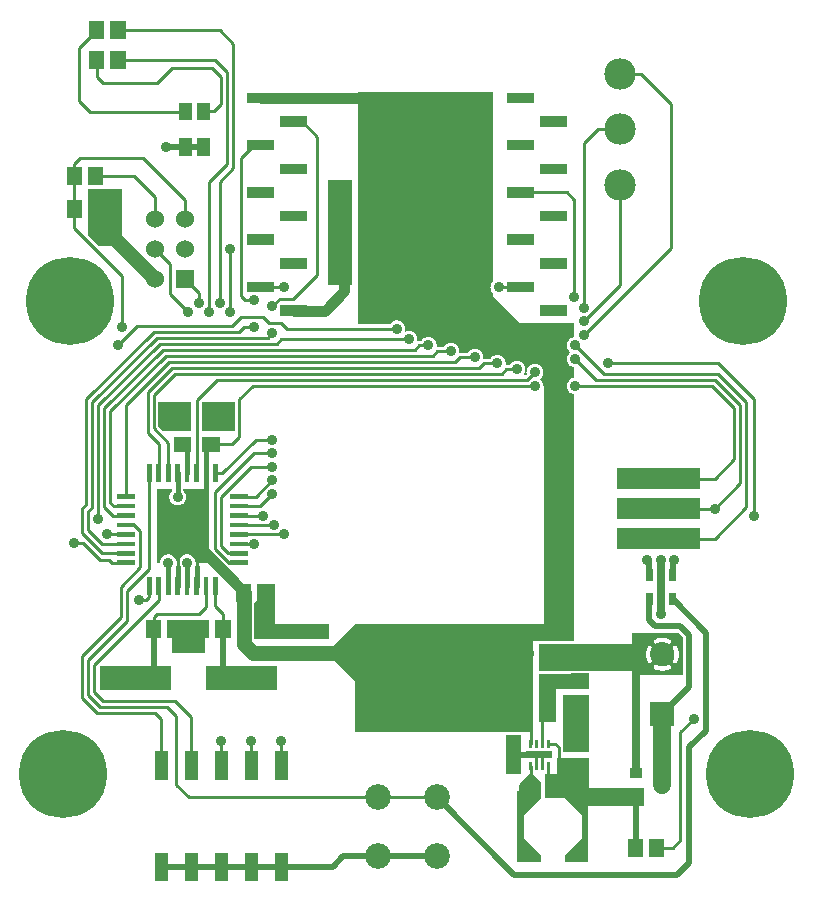
<source format=gbr>
G04 start of page 2 for group 0 idx 0 *
G04 Title: (unknown), top *
G04 Creator: pcb 20110918 *
G04 CreationDate: Thu 09 Jul 2015 02:06:34 AM GMT UTC *
G04 For: petersen *
G04 Format: Gerber/RS-274X *
G04 PCB-Dimensions: 269500 307800 *
G04 PCB-Coordinate-Origin: lower left *
%MOIN*%
%FSLAX25Y25*%
%LNTOP*%
%ADD42C,0.0750*%
%ADD41C,0.0480*%
%ADD40C,0.0430*%
%ADD39C,0.0630*%
%ADD38C,0.0380*%
%ADD37C,0.1285*%
%ADD36C,0.0360*%
%ADD35R,0.0430X0.0430*%
%ADD34R,0.0350X0.0350*%
%ADD33R,0.0240X0.0240*%
%ADD32R,0.0197X0.0197*%
%ADD31R,0.0098X0.0098*%
%ADD30R,0.0700X0.0700*%
%ADD29R,0.0240X0.0240*%
%ADD28R,0.0230X0.0230*%
%ADD27R,0.0340X0.0340*%
%ADD26R,0.0157X0.0157*%
%ADD25R,0.0512X0.0512*%
%ADD24R,0.0787X0.0787*%
%ADD23R,0.0440X0.0440*%
%ADD22C,0.1050*%
%ADD21C,0.0800*%
%ADD20C,0.0860*%
%ADD19C,0.2937*%
%ADD18C,0.0350*%
%ADD17C,0.0250*%
%ADD16C,0.0600*%
%ADD15C,0.0200*%
%ADD14C,0.0500*%
%ADD13C,0.0150*%
%ADD12C,0.0100*%
%ADD11C,0.0001*%
G54D11*G36*
X179000Y76300D02*X184500D01*
Y60300D01*
X179000D01*
Y76300D01*
G37*
G36*
X180500Y87300D02*Y193300D01*
X190500D01*
Y188560D01*
X190132Y188471D01*
X189725Y188303D01*
X189349Y188072D01*
X189014Y187786D01*
X188728Y187451D01*
X188497Y187075D01*
X188329Y186668D01*
X188226Y186239D01*
X188191Y185800D01*
X188226Y185361D01*
X188329Y184932D01*
X188497Y184525D01*
X188728Y184149D01*
X189014Y183814D01*
X189323Y183550D01*
X189014Y183286D01*
X188728Y182951D01*
X188497Y182575D01*
X188329Y182168D01*
X188226Y181739D01*
X188191Y181300D01*
X188226Y180861D01*
X188329Y180432D01*
X188497Y180025D01*
X188728Y179649D01*
X189014Y179314D01*
X189349Y179028D01*
X189725Y178797D01*
X190132Y178629D01*
X190500Y178540D01*
Y175060D01*
X190132Y174971D01*
X189725Y174803D01*
X189349Y174572D01*
X189014Y174286D01*
X188728Y173951D01*
X188497Y173575D01*
X188329Y173168D01*
X188226Y172739D01*
X188191Y172300D01*
X188226Y171861D01*
X188329Y171432D01*
X188497Y171025D01*
X188728Y170649D01*
X189014Y170314D01*
X189349Y170028D01*
X189725Y169797D01*
X190132Y169629D01*
X190500Y169540D01*
Y87300D01*
X180500D01*
G37*
G36*
X188000Y172300D02*X180300D01*
X180274Y172739D01*
X180171Y173168D01*
X180003Y173575D01*
X179772Y173951D01*
X179486Y174286D01*
X179177Y174550D01*
X179486Y174814D01*
X179772Y175149D01*
X180003Y175525D01*
X180171Y175932D01*
X180274Y176361D01*
X180300Y176800D01*
X180274Y177239D01*
X180171Y177668D01*
X180003Y178075D01*
X179772Y178451D01*
X179486Y178786D01*
X179151Y179072D01*
X178775Y179303D01*
X178368Y179471D01*
X177939Y179574D01*
X177500Y179609D01*
X177061Y179574D01*
X176632Y179471D01*
X176225Y179303D01*
X175849Y179072D01*
X175514Y178786D01*
X175228Y178451D01*
X174997Y178075D01*
X174829Y177668D01*
X174726Y177239D01*
X174691Y176800D01*
X174726Y176361D01*
X174767Y176189D01*
X174379Y175800D01*
X173470D01*
X173486Y175814D01*
X173772Y176149D01*
X174003Y176525D01*
X174171Y176932D01*
X174274Y177361D01*
X174300Y177800D01*
X174274Y178239D01*
X174171Y178668D01*
X174003Y179075D01*
X173772Y179451D01*
X173486Y179786D01*
X173151Y180072D01*
X172775Y180303D01*
X172368Y180471D01*
X171939Y180574D01*
X171500Y180609D01*
X171061Y180574D01*
X170632Y180471D01*
X170225Y180303D01*
X169849Y180072D01*
X169514Y179786D01*
X169228Y179451D01*
X169135Y179300D01*
X168059D01*
X168000Y179305D01*
X167765Y179286D01*
X167756Y179284D01*
X167774Y179361D01*
X167800Y179800D01*
X167774Y180239D01*
X167671Y180668D01*
X167503Y181075D01*
X167272Y181451D01*
X166986Y181786D01*
X166651Y182072D01*
X166275Y182303D01*
X165868Y182471D01*
X165439Y182574D01*
X165000Y182609D01*
X164561Y182574D01*
X164132Y182471D01*
X163725Y182303D01*
X163349Y182072D01*
X163014Y181786D01*
X162728Y181451D01*
X162635Y181300D01*
X160559D01*
X160500Y181305D01*
X160265Y181286D01*
X160256Y181284D01*
X160274Y181361D01*
X160300Y181800D01*
X160274Y182239D01*
X160171Y182668D01*
X160003Y183075D01*
X159772Y183451D01*
X159486Y183786D01*
X159151Y184072D01*
X158775Y184303D01*
X158368Y184471D01*
X157939Y184574D01*
X157500Y184609D01*
X157061Y184574D01*
X156632Y184471D01*
X156225Y184303D01*
X155849Y184072D01*
X155514Y183786D01*
X155228Y183451D01*
X155135Y183300D01*
X152559D01*
X152500Y183305D01*
X152265Y183286D01*
X152256Y183284D01*
X152274Y183361D01*
X152300Y183800D01*
X152274Y184239D01*
X152171Y184668D01*
X152003Y185075D01*
X151772Y185451D01*
X151486Y185786D01*
X151151Y186072D01*
X150775Y186303D01*
X150368Y186471D01*
X149939Y186574D01*
X149500Y186609D01*
X149061Y186574D01*
X148632Y186471D01*
X148225Y186303D01*
X147849Y186072D01*
X147514Y185786D01*
X147228Y185451D01*
X147135Y185300D01*
X145059D01*
X145000Y185305D01*
X144765Y185286D01*
X144756Y185284D01*
X144774Y185361D01*
X144800Y185800D01*
X144774Y186239D01*
X144671Y186668D01*
X144503Y187075D01*
X144272Y187451D01*
X143986Y187786D01*
X143651Y188072D01*
X143275Y188303D01*
X142868Y188471D01*
X142439Y188574D01*
X142000Y188609D01*
X141561Y188574D01*
X141132Y188471D01*
X140725Y188303D01*
X140349Y188072D01*
X140014Y187786D01*
X139728Y187451D01*
X139635Y187300D01*
X139059D01*
X139000Y187305D01*
X138765Y187286D01*
X138535Y187231D01*
X138317Y187141D01*
X138205Y187072D01*
X138274Y187361D01*
X138300Y187800D01*
X138274Y188239D01*
X138171Y188668D01*
X138003Y189075D01*
X137772Y189451D01*
X137486Y189786D01*
X137151Y190072D01*
X136775Y190303D01*
X136368Y190471D01*
X135939Y190574D01*
X135500Y190609D01*
X135061Y190574D01*
X134632Y190471D01*
X134225Y190303D01*
X134081Y190214D01*
X134171Y190432D01*
X134274Y190861D01*
X134300Y191300D01*
X134274Y191739D01*
X134171Y192168D01*
X134003Y192575D01*
X133772Y192951D01*
X133486Y193286D01*
X133151Y193572D01*
X132775Y193803D01*
X132368Y193971D01*
X131939Y194074D01*
X131500Y194109D01*
X131061Y194074D01*
X130632Y193971D01*
X130225Y193803D01*
X129849Y193572D01*
X129514Y193286D01*
X129228Y192951D01*
X129135Y192800D01*
X118500D01*
Y270300D01*
X163500D01*
Y207211D01*
X163228Y206892D01*
X162997Y206516D01*
X162829Y206109D01*
X162726Y205680D01*
X162691Y205241D01*
X162726Y204802D01*
X162829Y204373D01*
X162997Y203966D01*
X163228Y203590D01*
X163500Y203271D01*
Y202300D01*
X172500Y193300D01*
X188000D01*
Y172300D01*
G37*
G36*
X28500Y237800D02*X40000D01*
Y218800D01*
X32121D01*
X28500Y222421D01*
Y237800D01*
G37*
G36*
X117500Y92800D02*X121500D01*
Y73800D01*
X117500D01*
X110500Y80800D01*
Y85800D01*
X117500Y92800D01*
G37*
G36*
X116500Y205800D02*X115799D01*
X115578Y205989D01*
X115209Y206215D01*
X114809Y206380D01*
X114389Y206482D01*
X113957Y206515D01*
X113525Y206482D01*
X113105Y206380D01*
X112705Y206215D01*
X112336Y205989D01*
X112123Y205800D01*
X108500D01*
Y240800D01*
X116500D01*
Y205800D01*
G37*
G36*
X63000Y157300D02*X53396D01*
X52000Y158696D01*
Y166800D01*
X63000D01*
Y157300D01*
G37*
G36*
X66500D02*Y166800D01*
X77500D01*
Y157300D01*
X66500D01*
G37*
G36*
X173000Y55800D02*Y42800D01*
X168000D01*
Y55800D01*
X173000D01*
G37*
G36*
X56500Y83300D02*Y94300D01*
X67500D01*
Y83300D01*
X56500D01*
G37*
G36*
X69000Y137800D02*Y113300D01*
X64375D01*
X64349Y113739D01*
X64246Y114168D01*
X64078Y114575D01*
X63847Y114951D01*
X63561Y115286D01*
X63226Y115572D01*
X62850Y115803D01*
X62443Y115971D01*
X62014Y116074D01*
X61575Y116109D01*
X61136Y116074D01*
X60707Y115971D01*
X60300Y115803D01*
X59924Y115572D01*
X59589Y115286D01*
X59303Y114951D01*
X59072Y114575D01*
X58904Y114168D01*
X58801Y113739D01*
X58783Y113514D01*
X58700Y113534D01*
X58425Y113555D01*
X58150Y113534D01*
X58063Y113513D01*
X58050Y113739D01*
X57947Y114168D01*
X57779Y114575D01*
X57548Y114951D01*
X57262Y115286D01*
X56927Y115572D01*
X56551Y115803D01*
X56144Y115971D01*
X55715Y116074D01*
X55276Y116109D01*
X54837Y116074D01*
X54408Y115971D01*
X54001Y115803D01*
X53625Y115572D01*
X53290Y115286D01*
X53004Y114951D01*
X52773Y114575D01*
X52605Y114168D01*
X52502Y113739D01*
X52467Y113300D01*
X51500D01*
Y137800D01*
X56675D01*
Y137488D01*
X56439Y137286D01*
X56153Y136951D01*
X55922Y136575D01*
X55754Y136168D01*
X55651Y135739D01*
X55616Y135300D01*
X55651Y134861D01*
X55754Y134432D01*
X55922Y134025D01*
X56153Y133649D01*
X56439Y133314D01*
X56774Y133028D01*
X57150Y132797D01*
X57557Y132629D01*
X57986Y132526D01*
X58425Y132491D01*
X58864Y132526D01*
X59293Y132629D01*
X59700Y132797D01*
X60076Y133028D01*
X60411Y133314D01*
X60697Y133649D01*
X60928Y134025D01*
X61096Y134432D01*
X61199Y134861D01*
X61225Y135300D01*
X61199Y135739D01*
X61096Y136168D01*
X60928Y136575D01*
X60697Y136951D01*
X60411Y137286D01*
X60175Y137488D01*
Y137800D01*
X69000D01*
G37*
G36*
X85500Y106300D02*X91000D01*
Y87800D01*
X85500D01*
Y106300D01*
G37*
G36*
Y87800D02*Y92800D01*
X109000D01*
Y87800D01*
X85500D01*
G37*
G36*
X91000D02*X84000D01*
Y99300D01*
X91000D01*
Y87800D01*
G37*
G36*
X84000Y97800D02*Y99800D01*
X87543Y103343D01*
Y97800D01*
X84000D01*
G37*
G36*
X195500Y69300D02*Y50300D01*
X187000D01*
Y51741D01*
X187005Y51800D01*
X187000Y51859D01*
Y69300D01*
X195500D01*
G37*
G36*
Y76300D02*Y71300D01*
X179000D01*
Y76300D01*
X195500D01*
G37*
G36*
X224493Y86300D02*X227000D01*
Y77300D01*
X224493D01*
Y79945D01*
X224578Y79981D01*
X224679Y80043D01*
X224769Y80119D01*
X224845Y80209D01*
X224905Y80311D01*
X225122Y80780D01*
X225289Y81269D01*
X225409Y81772D01*
X225482Y82284D01*
X225506Y82800D01*
X225482Y83316D01*
X225409Y83828D01*
X225289Y84331D01*
X225122Y84820D01*
X224910Y85292D01*
X224849Y85393D01*
X224772Y85484D01*
X224682Y85561D01*
X224580Y85623D01*
X224493Y85660D01*
Y86300D01*
G37*
G36*
X215507D02*X217684D01*
X217731Y86289D01*
X217849Y86279D01*
X217968Y86288D01*
X218017Y86300D01*
X222002D01*
X222033Y86293D01*
X222151Y86283D01*
X222268Y86293D01*
X222298Y86300D01*
X224493D01*
Y85660D01*
X224471Y85669D01*
X224355Y85697D01*
X224237Y85706D01*
X224119Y85697D01*
X224003Y85670D01*
X223893Y85624D01*
X223792Y85562D01*
X223702Y85486D01*
X223624Y85395D01*
X223562Y85294D01*
X223516Y85185D01*
X223489Y85069D01*
X223479Y84951D01*
X223488Y84832D01*
X223516Y84717D01*
X223563Y84608D01*
X223721Y84268D01*
X223842Y83912D01*
X223930Y83547D01*
X223982Y83175D01*
X224000Y82800D01*
X223982Y82425D01*
X223930Y82053D01*
X223842Y81688D01*
X223721Y81332D01*
X223567Y80990D01*
X223520Y80882D01*
X223493Y80767D01*
X223483Y80649D01*
X223493Y80532D01*
X223521Y80417D01*
X223566Y80308D01*
X223628Y80207D01*
X223705Y80118D01*
X223795Y80041D01*
X223895Y79980D01*
X224004Y79935D01*
X224119Y79907D01*
X224237Y79898D01*
X224355Y79908D01*
X224469Y79935D01*
X224493Y79945D01*
Y77300D01*
X220129D01*
X220516Y77318D01*
X221028Y77391D01*
X221531Y77511D01*
X222020Y77678D01*
X222492Y77890D01*
X222593Y77951D01*
X222684Y78028D01*
X222761Y78118D01*
X222823Y78220D01*
X222869Y78329D01*
X222897Y78445D01*
X222906Y78563D01*
X222897Y78681D01*
X222870Y78797D01*
X222824Y78907D01*
X222762Y79008D01*
X222686Y79098D01*
X222595Y79176D01*
X222494Y79238D01*
X222385Y79284D01*
X222269Y79311D01*
X222151Y79321D01*
X222032Y79312D01*
X221917Y79284D01*
X221808Y79237D01*
X221468Y79079D01*
X221112Y78958D01*
X220747Y78870D01*
X220375Y78818D01*
X220000Y78800D01*
X219625Y78818D01*
X219253Y78870D01*
X218888Y78958D01*
X218532Y79079D01*
X218190Y79233D01*
X218082Y79280D01*
X217967Y79307D01*
X217849Y79317D01*
X217732Y79307D01*
X217617Y79279D01*
X217508Y79234D01*
X217407Y79172D01*
X217318Y79095D01*
X217241Y79005D01*
X217180Y78905D01*
X217135Y78796D01*
X217107Y78681D01*
X217098Y78563D01*
X217108Y78445D01*
X217135Y78331D01*
X217181Y78222D01*
X217243Y78121D01*
X217319Y78031D01*
X217409Y77955D01*
X217511Y77895D01*
X217980Y77678D01*
X218469Y77511D01*
X218972Y77391D01*
X219484Y77318D01*
X219871Y77300D01*
X215507D01*
Y79940D01*
X215529Y79931D01*
X215645Y79903D01*
X215763Y79894D01*
X215881Y79903D01*
X215997Y79930D01*
X216107Y79976D01*
X216208Y80038D01*
X216298Y80114D01*
X216376Y80205D01*
X216438Y80306D01*
X216484Y80415D01*
X216511Y80531D01*
X216521Y80649D01*
X216512Y80768D01*
X216484Y80883D01*
X216437Y80992D01*
X216279Y81332D01*
X216158Y81688D01*
X216070Y82053D01*
X216018Y82425D01*
X216000Y82800D01*
X216018Y83175D01*
X216070Y83547D01*
X216158Y83912D01*
X216279Y84268D01*
X216433Y84610D01*
X216480Y84718D01*
X216507Y84833D01*
X216517Y84951D01*
X216507Y85068D01*
X216479Y85183D01*
X216434Y85292D01*
X216372Y85393D01*
X216295Y85482D01*
X216205Y85559D01*
X216105Y85620D01*
X215996Y85665D01*
X215881Y85693D01*
X215763Y85702D01*
X215645Y85692D01*
X215531Y85665D01*
X215507Y85655D01*
Y86300D01*
G37*
G36*
X179000D02*X215507D01*
Y85655D01*
X215422Y85619D01*
X215321Y85557D01*
X215231Y85481D01*
X215155Y85391D01*
X215095Y85289D01*
X214878Y84820D01*
X214711Y84331D01*
X214591Y83828D01*
X214518Y83316D01*
X214494Y82800D01*
X214518Y82284D01*
X214591Y81772D01*
X214711Y81269D01*
X214878Y80780D01*
X215090Y80308D01*
X215151Y80207D01*
X215228Y80116D01*
X215318Y80039D01*
X215420Y79977D01*
X215507Y79940D01*
Y77300D01*
X179000D01*
Y86300D01*
G37*
G36*
X227000Y75800D02*X224493D01*
Y79945D01*
X224578Y79981D01*
X224679Y80043D01*
X224769Y80119D01*
X224845Y80209D01*
X224905Y80311D01*
X225122Y80780D01*
X225289Y81269D01*
X225409Y81772D01*
X225482Y82284D01*
X225506Y82800D01*
X225482Y83316D01*
X225409Y83828D01*
X225289Y84331D01*
X225122Y84820D01*
X224910Y85292D01*
X224849Y85393D01*
X224772Y85484D01*
X224682Y85561D01*
X224580Y85623D01*
X224493Y85660D01*
Y89800D01*
X225672D01*
X227000Y88472D01*
Y75800D01*
G37*
G36*
X224493D02*X220002D01*
Y77294D01*
X220516Y77318D01*
X221028Y77391D01*
X221531Y77511D01*
X222020Y77678D01*
X222492Y77890D01*
X222593Y77951D01*
X222684Y78028D01*
X222761Y78118D01*
X222823Y78220D01*
X222869Y78329D01*
X222897Y78445D01*
X222906Y78563D01*
X222897Y78681D01*
X222870Y78797D01*
X222824Y78907D01*
X222762Y79008D01*
X222686Y79098D01*
X222595Y79176D01*
X222494Y79238D01*
X222385Y79284D01*
X222269Y79311D01*
X222151Y79321D01*
X222032Y79312D01*
X221917Y79284D01*
X221808Y79237D01*
X221468Y79079D01*
X221112Y78958D01*
X220747Y78870D01*
X220375Y78818D01*
X220002Y78800D01*
Y86800D01*
X220375Y86782D01*
X220747Y86730D01*
X221112Y86642D01*
X221468Y86521D01*
X221810Y86367D01*
X221918Y86320D01*
X222033Y86293D01*
X222151Y86283D01*
X222268Y86293D01*
X222383Y86321D01*
X222492Y86366D01*
X222593Y86428D01*
X222682Y86505D01*
X222759Y86595D01*
X222820Y86695D01*
X222865Y86804D01*
X222893Y86919D01*
X222902Y87037D01*
X222892Y87155D01*
X222865Y87269D01*
X222819Y87378D01*
X222757Y87479D01*
X222681Y87569D01*
X222591Y87645D01*
X222489Y87705D01*
X222020Y87922D01*
X221531Y88089D01*
X221028Y88209D01*
X220516Y88282D01*
X220002Y88306D01*
Y89800D01*
X224493D01*
Y85660D01*
X224471Y85669D01*
X224355Y85697D01*
X224237Y85706D01*
X224119Y85697D01*
X224003Y85670D01*
X223893Y85624D01*
X223792Y85562D01*
X223702Y85486D01*
X223624Y85395D01*
X223562Y85294D01*
X223516Y85185D01*
X223489Y85069D01*
X223479Y84951D01*
X223488Y84832D01*
X223516Y84717D01*
X223563Y84608D01*
X223721Y84268D01*
X223842Y83912D01*
X223930Y83547D01*
X223982Y83175D01*
X224000Y82800D01*
X223982Y82425D01*
X223930Y82053D01*
X223842Y81688D01*
X223721Y81332D01*
X223567Y80990D01*
X223520Y80882D01*
X223493Y80767D01*
X223483Y80649D01*
X223493Y80532D01*
X223521Y80417D01*
X223566Y80308D01*
X223628Y80207D01*
X223705Y80118D01*
X223795Y80041D01*
X223895Y79980D01*
X224004Y79935D01*
X224119Y79907D01*
X224237Y79898D01*
X224355Y79908D01*
X224469Y79935D01*
X224493Y79945D01*
Y75800D01*
G37*
G36*
X220002D02*X215507D01*
Y79940D01*
X215529Y79931D01*
X215645Y79903D01*
X215763Y79894D01*
X215881Y79903D01*
X215997Y79930D01*
X216107Y79976D01*
X216208Y80038D01*
X216298Y80114D01*
X216376Y80205D01*
X216438Y80306D01*
X216484Y80415D01*
X216511Y80531D01*
X216521Y80649D01*
X216512Y80768D01*
X216484Y80883D01*
X216437Y80992D01*
X216279Y81332D01*
X216158Y81688D01*
X216070Y82053D01*
X216018Y82425D01*
X216000Y82800D01*
X216018Y83175D01*
X216070Y83547D01*
X216158Y83912D01*
X216279Y84268D01*
X216433Y84610D01*
X216480Y84718D01*
X216507Y84833D01*
X216517Y84951D01*
X216507Y85068D01*
X216479Y85183D01*
X216434Y85292D01*
X216372Y85393D01*
X216295Y85482D01*
X216205Y85559D01*
X216105Y85620D01*
X215996Y85665D01*
X215881Y85693D01*
X215763Y85702D01*
X215645Y85692D01*
X215531Y85665D01*
X215507Y85655D01*
Y89800D01*
X220002D01*
Y88306D01*
X220000Y88306D01*
X219484Y88282D01*
X218972Y88209D01*
X218469Y88089D01*
X217980Y87922D01*
X217508Y87710D01*
X217407Y87649D01*
X217316Y87572D01*
X217239Y87482D01*
X217177Y87380D01*
X217131Y87271D01*
X217103Y87155D01*
X217094Y87037D01*
X217103Y86919D01*
X217130Y86803D01*
X217176Y86693D01*
X217238Y86592D01*
X217314Y86502D01*
X217405Y86424D01*
X217506Y86362D01*
X217615Y86316D01*
X217731Y86289D01*
X217849Y86279D01*
X217968Y86288D01*
X218083Y86316D01*
X218192Y86363D01*
X218532Y86521D01*
X218888Y86642D01*
X219253Y86730D01*
X219625Y86782D01*
X220000Y86800D01*
X220002Y86800D01*
Y78800D01*
X220000Y78800D01*
X219625Y78818D01*
X219253Y78870D01*
X218888Y78958D01*
X218532Y79079D01*
X218190Y79233D01*
X218082Y79280D01*
X217967Y79307D01*
X217849Y79317D01*
X217732Y79307D01*
X217617Y79279D01*
X217508Y79234D01*
X217407Y79172D01*
X217318Y79095D01*
X217241Y79005D01*
X217180Y78905D01*
X217135Y78796D01*
X217107Y78681D01*
X217098Y78563D01*
X217108Y78445D01*
X217135Y78331D01*
X217181Y78222D01*
X217243Y78121D01*
X217319Y78031D01*
X217409Y77955D01*
X217511Y77895D01*
X217980Y77678D01*
X218469Y77511D01*
X218972Y77391D01*
X219484Y77318D01*
X220000Y77294D01*
X220002Y77294D01*
Y75800D01*
G37*
G36*
X215507D02*X210000D01*
Y89800D01*
X215507D01*
Y85655D01*
X215422Y85619D01*
X215321Y85557D01*
X215231Y85481D01*
X215155Y85391D01*
X215095Y85289D01*
X214878Y84820D01*
X214711Y84331D01*
X214591Y83828D01*
X214518Y83316D01*
X214494Y82800D01*
X214518Y82284D01*
X214591Y81772D01*
X214711Y81269D01*
X214878Y80780D01*
X215090Y80308D01*
X215151Y80207D01*
X215228Y80116D01*
X215318Y80039D01*
X215420Y79977D01*
X215507Y79940D01*
Y75800D01*
G37*
G36*
X171500Y92800D02*X190500D01*
Y87300D01*
X171500D01*
Y92800D01*
G37*
G36*
X186500Y34800D02*X181000D01*
Y42800D01*
X186500D01*
Y34800D01*
G37*
G36*
X195500Y48300D02*Y34800D01*
X185000D01*
Y48300D01*
X195500D01*
G37*
G36*
X176000Y42800D02*X179000Y39800D01*
Y35800D01*
X172500D01*
Y39300D01*
X176000Y42800D01*
G37*
G36*
X214000Y32300D02*X191000D01*
Y38300D01*
X214000D01*
Y32300D01*
G37*
G36*
X177000Y56800D02*X117500D01*
Y92800D01*
X177000D01*
Y56800D01*
G37*
G54D12*X71024Y105521D02*Y98800D01*
X67874Y98674D02*Y105521D01*
G54D13*X64725D02*Y111800D01*
G54D12*X71024Y98800D02*X73500Y96300D01*
X65500D02*X67874Y98674D01*
X73500Y96300D02*Y91300D01*
G54D14*X80500Y86300D02*Y103300D01*
G54D12*X78779Y113277D02*X75523D01*
X30500Y79300D02*Y70300D01*
X33500Y67300D01*
X57500D01*
X41500Y93800D02*X28500Y80800D01*
Y69300D01*
X52126Y100926D02*X30500Y79300D01*
X28500Y69300D02*X32500Y65300D01*
X55000D01*
X31500Y63300D02*X51000D01*
X39500Y95300D02*X26500Y82300D01*
Y68300D01*
X31500Y63300D01*
X58425Y111800D02*Y117800D01*
X48976Y111276D02*X41500Y103800D01*
Y93800D01*
X46000Y111800D02*X39500Y105300D01*
Y95300D01*
X48000Y100800D02*X45500D01*
X48977Y105521D02*Y101777D01*
X48000Y100800D01*
X41221Y113276D02*X36524D01*
X35500Y114300D01*
X32500D01*
X27000Y119800D02*X24000D01*
X50500Y92343D02*Y95257D01*
X51500Y96300D01*
X65500D01*
G54D13*X55276Y105521D02*Y113300D01*
X61575Y105521D02*Y113300D01*
X58425Y105521D02*Y111800D01*
G54D12*X52126Y105521D02*Y100926D01*
X125157Y35143D02*X144843D01*
G54D15*X110050Y11850D02*X113657Y15457D01*
X144843D01*
X53000Y11850D02*X110050D01*
G54D12*X93000Y52800D02*Y45750D01*
X58000Y39300D02*X62157Y35143D01*
X125000D01*
G54D15*X50500Y91300D02*Y74800D01*
X73500Y91300D02*Y74800D01*
G54D14*X84500Y83300D02*X83500D01*
X80500Y86300D01*
G54D12*X83000Y53800D02*Y45750D01*
X73000Y53800D02*Y45750D01*
X57500Y67300D02*X63000Y61800D01*
Y45750D01*
X53000Y61300D02*Y45750D01*
X55000Y65300D02*X58000Y62300D01*
X51000Y63300D02*X53000Y61300D01*
X58000Y62300D02*Y39300D01*
G54D16*X220000Y62800D02*Y39243D01*
G54D17*X211343Y43143D02*Y78800D01*
G54D15*X220000Y62800D02*X229000Y71800D01*
Y89300D01*
Y51800D02*X234500Y57300D01*
X211343Y35343D02*Y18300D01*
X225000Y9300D02*X229000Y13300D01*
Y51800D01*
G54D12*X218043Y18300D02*X223500D01*
X226000Y20800D01*
Y56800D01*
X230500Y61300D01*
G54D15*X234500Y57300D02*Y90000D01*
G54D14*X84500Y83300D02*X174500D01*
G54D15*X170500Y49300D02*X179000D01*
G54D12*X176047Y58300D02*Y52942D01*
X179984Y63300D02*Y52942D01*
X181953D02*X184358D01*
X178016Y49300D02*Y45658D01*
X172500Y39300D02*Y33300D01*
X176047Y42847D02*X172500Y39300D01*
X179000Y39894D02*Y35800D01*
X176047Y42847D02*X179000Y39894D01*
X176047Y45658D02*Y34850D01*
X185500Y51800D02*Y45800D01*
X184358Y52942D02*X185500Y51800D01*
X181953Y45658D02*Y36300D01*
X179984Y49300D02*Y45658D01*
G54D15*X225000Y9300D02*X170686D01*
X144843Y35143D01*
G54D17*X219500Y114300D02*Y96300D01*
G54D15*X223400Y109300D02*Y113700D01*
X224000Y114300D01*
X215600Y109300D02*Y113700D01*
X215000Y114300D01*
X215600Y101100D02*Y94200D01*
X217500Y92300D01*
X226000D01*
X229000Y89300D01*
X234500Y90000D02*X223400Y101100D01*
G54D12*X83500Y172300D02*X177500D01*
X71500Y174300D02*X175000D01*
X57500Y176300D02*X166500D01*
X56500Y178300D02*X159000D01*
X55500Y180300D02*X151000D01*
X54500Y182300D02*X143500D01*
X53500Y184300D02*X137500D01*
X175000Y174300D02*X177500Y176800D01*
X166500Y176300D02*X168000Y177800D01*
X159000Y178300D02*X160500Y179800D01*
X165000D01*
X168000Y177800D02*X171500D01*
X172815Y205241D02*X165500D01*
X151000Y180300D02*X152500Y181800D01*
X157500D01*
X143500Y182300D02*X145000Y183800D01*
X149500D01*
X139000Y185800D02*X142000D01*
X172815Y236737D02*X188063D01*
X190500Y234300D01*
X137500Y184300D02*X139000Y185800D01*
G54D18*X97185Y197367D02*X107567D01*
X113957Y203757D01*
G54D12*X92500Y201300D02*X97000D01*
X105000Y209300D01*
X87000Y195300D02*X89000Y193300D01*
X90000Y198800D02*X92500Y201300D01*
X89000Y193300D02*X93000D01*
X95000Y191300D01*
X131500D01*
X88500Y188300D02*X90000Y189800D01*
X93000Y187800D02*X91500Y186300D01*
X135500Y187800D02*X93000D01*
G54D13*X61575Y143079D02*Y152757D01*
X58425Y143079D02*Y135300D01*
G54D12*X55275Y143079D02*Y153300D01*
X52126Y143079D02*Y152800D01*
X48976Y143079D02*Y111276D01*
X64724Y143079D02*Y167524D01*
X71500Y174300D01*
X71023Y143079D02*X73279D01*
X69500Y152757D02*X76457D01*
X55275Y153300D02*X50500Y158075D01*
X52126Y152800D02*X48500Y156426D01*
X76457Y152757D02*X79000Y155300D01*
X84000Y149800D02*X90000D01*
X73279Y143079D02*X84500Y154300D01*
X90000D01*
X79000Y155300D02*Y167800D01*
X83500Y172300D01*
X86201Y205241D02*X94000D01*
X50500Y190300D02*X79000D01*
X45000Y192300D02*X76500D01*
X51500Y188300D02*X88500D01*
X91500Y186300D02*X52500D01*
X50500Y169300D02*X57500Y176300D01*
X48500Y170300D02*X56500Y178300D01*
X41221Y166021D02*X55500Y180300D01*
X36000Y163800D02*X54500Y182300D01*
X34000Y164800D02*X53500Y184300D01*
X30000Y166800D02*X51500Y188300D01*
X52500Y186300D02*X32000Y165800D01*
X28000Y167800D02*X50500Y190300D01*
X38500Y185800D02*X45000Y192300D01*
G54D14*X34543Y224257D02*X51000Y207800D01*
G54D12*X40000Y191800D02*Y208800D01*
X41221Y125875D02*X43925D01*
X46000Y123800D01*
Y111800D01*
X41221Y132174D02*X37126D01*
X36000Y133300D01*
X41221Y129024D02*X36776D01*
X34000Y131800D01*
X41221Y122725D02*X35000D01*
X41221Y119575D02*X33225D01*
X41221Y116426D02*X33374D01*
X33225Y119575D02*X28500Y124300D01*
Y130300D01*
X26500Y123300D02*Y131300D01*
X28000Y132800D01*
X33374Y116426D02*X26500Y123300D01*
X32500Y114300D02*X27000Y119800D01*
G54D18*X80957Y103300D02*X65500Y118757D01*
G54D12*X64725Y111800D02*Y116300D01*
X75523Y113277D02*X71000Y117800D01*
X78779Y116426D02*X75374D01*
X73000Y118800D01*
X78779Y129025D02*X86000D01*
X78779Y125875D02*X89500D01*
X78779Y122725D02*X93000D01*
X78779Y119576D02*X84000D01*
X78779Y132174D02*X85874D01*
X90000Y136300D01*
X78779Y135324D02*X84524D01*
X90000Y140800D01*
X73000Y135300D02*X83000Y145300D01*
X90000D01*
G54D13*X67874Y152757D02*Y120800D01*
G54D12*X73000Y118800D02*Y135300D01*
X71000Y117800D02*Y136800D01*
X84000Y149800D01*
X50500Y158075D02*Y169300D01*
X48500Y156426D02*Y170300D01*
X41221Y135323D02*Y166021D01*
X36000Y133300D02*Y163800D01*
X34000Y131800D02*Y164800D01*
X32000Y165800D02*Y127800D01*
X28500Y130300D02*X30000Y131800D01*
Y166800D01*
X28000Y132800D02*Y167800D01*
X191000Y172300D02*X236500D01*
X191000Y181300D02*X198000Y174300D01*
X191000Y185800D02*X200500Y176300D01*
X198000Y174300D02*X237500D01*
X200500Y176300D02*X238500D01*
X202000Y179800D02*X238500D01*
X244000Y164800D02*Y147800D01*
X237500Y141300D01*
X218750D01*
X246000Y165800D02*Y139800D01*
X237500Y131300D01*
X218750D01*
X236500Y172300D02*X244000Y164800D01*
X237500Y174300D02*X246000Y165800D01*
X238500Y176300D02*X248000Y166800D01*
X250500Y167800D02*X238500Y179800D01*
X248000Y166800D02*Y131800D01*
X250500Y128800D02*Y167800D01*
X248000Y131800D02*X237500Y121300D01*
X218750D01*
X194000Y189300D02*X223000Y218300D01*
X194000Y198300D02*Y253300D01*
Y193800D02*X206000Y205800D01*
Y239300D01*
X223000Y218300D02*Y266300D01*
X213000Y276300D01*
X206000D01*
X194000Y253300D02*X198500Y257800D01*
X206000D01*
X190500Y201800D02*Y234300D01*
G54D18*X86201Y268233D02*X127500D01*
X113957Y203757D02*Y237800D01*
G54D12*X105000Y209300D02*Y255300D01*
X100500Y259800D01*
X79500Y202300D02*Y248300D01*
X83500Y252300D01*
X72500Y199800D02*Y240300D01*
X69000Y196800D02*Y240300D01*
X72500D02*X77000Y244800D01*
X75000Y246300D02*X69000Y240300D01*
X77000Y244800D02*Y286300D01*
X75000Y276800D02*Y246300D01*
X76500Y192300D02*X79500Y195300D01*
X76000Y196800D02*Y217800D01*
X79000Y190300D02*X80500Y191800D01*
X84000D01*
Y200800D02*X81000D01*
X79500Y202300D01*
Y195300D02*X87000D01*
X62000Y196800D02*X56000Y202800D01*
Y212800D01*
X51000Y217800D01*
X65500Y199800D02*Y203300D01*
X61000Y207800D01*
X44000Y242300D02*X51000Y235300D01*
X61000Y234300D02*X47000Y248300D01*
X26000D01*
X31043Y242300D02*X44000D01*
X51000Y235300D02*Y227800D01*
X61000D02*Y234300D01*
G54D15*X54500Y251800D02*X66950D01*
G54D12*X23957Y224843D02*Y242300D01*
Y246257D02*Y242257D01*
Y224843D02*X40000Y208800D01*
X26000Y248300D02*X23957Y246257D01*
X31457Y280800D02*Y275343D01*
X33500Y273300D01*
X51500D01*
X25500Y267300D02*Y284843D01*
X73000Y275300D02*Y266300D01*
X70500Y263800D01*
X67050D01*
X66950Y263700D01*
X61050D02*X29100D01*
X25500Y267300D01*
X51500Y273300D02*X56500Y278300D01*
X70000D01*
X73000Y275300D01*
X38543Y280800D02*X71000D01*
X75000Y276800D01*
X25500Y284843D02*X31457Y290800D01*
X77000Y286300D02*X72500Y290800D01*
X38543D01*
G54D19*X22600Y200400D03*
X20350Y42900D03*
G54D11*G36*
X58000Y210800D02*Y204800D01*
X64000D01*
Y210800D01*
X58000D01*
G37*
G54D16*X61000Y217800D03*
X51000Y207800D03*
Y217800D03*
X61000Y227800D03*
X51000D03*
G54D19*X246900Y200400D03*
X249150Y42900D03*
G54D20*X125157Y35143D03*
Y15457D03*
X144843Y35143D03*
Y15457D03*
G54D11*G36*
X216000Y66800D02*Y58800D01*
X224000D01*
Y66800D01*
X216000D01*
G37*
G54D21*X220000Y82800D03*
G54D22*X206000Y276300D03*
Y257800D03*
Y239300D03*
G54D23*X93000Y48350D02*Y43150D01*
Y14450D02*Y9250D01*
X83000Y48350D02*Y43150D01*
Y14450D02*Y9250D01*
X73000Y48350D02*Y43150D01*
Y14450D02*Y9250D01*
X63000Y48350D02*Y43150D01*
Y14450D02*Y9250D01*
X53000Y14450D02*Y9250D01*
G54D24*X71843Y74800D02*X87591D01*
G54D23*X53000Y48350D02*Y43150D01*
G54D24*X36409Y74800D02*X52157D01*
G54D25*X50457Y91693D02*Y90907D01*
G54D26*X58425Y107734D02*Y103308D01*
X61575Y107734D02*Y103308D01*
X64725Y107734D02*Y103308D01*
X67874Y107734D02*Y103308D01*
X71024Y107734D02*Y103308D01*
X76566Y113277D02*X80992D01*
G54D25*X80457Y103693D02*Y102907D01*
X87543Y103693D02*Y102907D01*
G54D26*X76566Y116426D02*X80992D01*
X76566Y119576D02*X80992D01*
X76566Y122725D02*X80992D01*
X76566Y125875D02*X80992D01*
X76566Y129025D02*X80992D01*
G54D25*X73543Y91693D02*Y90907D01*
X66457Y91693D02*Y90907D01*
X57543Y91693D02*Y90907D01*
G54D26*X76566Y132174D02*X80992D01*
X76566Y135324D02*X80992D01*
X48977Y107734D02*Y103308D01*
X52126Y107734D02*Y103308D01*
X55276Y107734D02*Y103308D01*
X55275Y145292D02*Y140866D01*
X52126Y145292D02*Y140866D01*
X48976Y145292D02*Y140866D01*
X39008Y135323D02*X43434D01*
X39008Y132174D02*X43434D01*
X39008Y129024D02*X43434D01*
X39008Y125875D02*X43434D01*
X39008Y122725D02*X43434D01*
X39008Y119575D02*X43434D01*
X39008Y116426D02*X43434D01*
X39008Y113276D02*X43434D01*
G54D25*X218043Y18693D02*Y17907D01*
X210957Y18693D02*Y17907D01*
G54D27*X211043Y43143D02*X211643D01*
X211043Y35343D02*X211643D01*
X219243Y39243D02*X219843D01*
G54D28*X194200Y36000D02*Y14600D01*
G54D11*G36*
X189577Y36971D02*X195171Y31377D01*
X193050Y29256D01*
X187456Y34850D01*
X189577Y36971D01*
G37*
G36*
X187456Y15750D02*X193050Y21344D01*
X195171Y19223D01*
X189577Y13629D01*
X187456Y15750D01*
G37*
G36*
X191050Y36850D02*Y32850D01*
X195050D01*
Y36850D01*
X191050D01*
G37*
G36*
Y17750D02*Y13750D01*
X195050D01*
Y17750D01*
X191050D01*
G37*
G54D28*X188600Y14600D02*X194200D01*
X172800Y36000D02*Y14600D01*
Y36000D02*X178400D01*
G54D11*G36*
X171829Y31377D02*X177423Y36971D01*
X179544Y34850D01*
X173950Y29256D01*
X171829Y31377D01*
G37*
G36*
X171950Y36850D02*Y32850D01*
X175950D01*
Y36850D01*
X171950D01*
G37*
G54D28*X172800Y14600D02*X178400D01*
G54D11*G36*
X173950Y21344D02*X179544Y15750D01*
X177423Y13629D01*
X171829Y19223D01*
X173950Y21344D01*
G37*
G36*
X171950Y17750D02*Y13750D01*
X175950D01*
Y17750D01*
X171950D01*
G37*
G54D29*X215600Y101900D02*Y100300D01*
X219500Y101900D02*Y100300D01*
X223400Y101900D02*Y100300D01*
Y110100D02*Y108500D01*
G54D30*X208500Y121300D02*X229000D01*
X208500Y131300D02*X229000D01*
X208500Y141300D02*X229000D01*
G54D29*X219500Y110100D02*Y108500D01*
X215600Y110100D02*Y108500D01*
G54D25*X181543Y63693D02*Y62907D01*
X174457Y63693D02*Y62907D01*
X192107Y66757D02*X192893D01*
X174457Y83693D02*Y82907D01*
X181543Y83693D02*Y82907D01*
X174457Y73693D02*Y72907D01*
X181543Y73693D02*Y72907D01*
X192107Y73843D02*X192893D01*
G54D31*X181953Y53828D02*Y52056D01*
X179984Y53828D02*Y52056D01*
X178016Y53828D02*Y52056D01*
X176047Y53828D02*Y52056D01*
Y46544D02*Y44772D01*
X178016Y46544D02*Y44772D01*
X179984Y46544D02*Y44772D01*
X181953Y46544D02*Y44772D01*
G54D32*X176047Y49300D02*X181953D01*
G54D33*X175870D02*X182130D01*
G54D25*X192107Y45757D02*X192893D01*
X192107Y52843D02*X192893D01*
G54D28*X188600Y36000D02*X194200D01*
G54D34*X170059Y268233D02*X175571D01*
X170059Y252485D02*X175571D01*
X170059Y236737D02*X175571D01*
X170059Y220989D02*X175571D01*
X170059Y205241D02*X175571D01*
X181043Y197367D02*X186555D01*
X181043Y213115D02*X186555D01*
X181043Y228863D02*X186555D01*
X181043Y244611D02*X186555D01*
X181043Y260359D02*X186555D01*
G54D35*X61050Y252700D02*Y251100D01*
X66950Y252700D02*Y251100D01*
X61050Y264500D02*Y262900D01*
X66950Y264500D02*Y262900D01*
G54D25*X121043Y238193D02*Y237407D01*
X113957Y238193D02*Y237407D01*
X121043Y228193D02*Y227407D01*
X113957Y228193D02*Y227407D01*
G54D34*X83445Y268233D02*X88957D01*
X83445Y252485D02*X88957D01*
X94429Y244611D02*X99941D01*
X94429Y260359D02*X99941D01*
X83445Y236737D02*X88957D01*
X83445Y220989D02*X88957D01*
X83445Y205241D02*X88957D01*
X94429Y197367D02*X99941D01*
X94429Y213115D02*X99941D01*
X94429Y228863D02*X99941D01*
G54D25*X69107Y152757D02*X69893D01*
X69107Y159843D02*X69893D01*
X59607Y152757D02*X60393D01*
X59607Y159843D02*X60393D01*
G54D26*X71023Y145292D02*Y140866D01*
X67874Y145292D02*Y140866D01*
X64724Y145292D02*Y140866D01*
X61575Y145292D02*Y140866D01*
X58425Y145292D02*Y140866D01*
G54D25*X31457Y291193D02*Y290407D01*
X38543Y291193D02*Y290407D01*
X31457Y281193D02*Y280407D01*
X38543Y281193D02*Y280407D01*
X23957Y242693D02*Y241907D01*
X31043Y242693D02*Y241907D01*
X23957Y231693D02*Y230907D01*
X31043Y231693D02*Y230907D01*
G54D36*X54500Y159800D03*
X75000D03*
X58425Y135300D03*
X55276Y113300D03*
X61575D03*
X90500Y125875D03*
X90000Y136300D03*
Y140800D03*
Y145300D03*
X84000Y119576D03*
Y191800D03*
Y200800D03*
X90000Y149800D03*
Y154300D03*
X54500Y164300D03*
X75000D03*
X59500Y85800D03*
X64500D03*
X45500Y100800D03*
X87000Y129025D03*
X86000Y93800D03*
Y97800D03*
Y89800D03*
X94000Y122725D03*
X98500Y90300D03*
X102500D03*
X106500D03*
X32000Y127800D03*
X24000Y119800D03*
X35000Y122725D03*
X94000Y205241D03*
X90000Y189800D03*
Y198800D03*
X76000Y196800D03*
X72500Y199800D03*
X69000Y196800D03*
X65500Y199800D03*
X76000Y217800D03*
X112500Y222300D03*
Y217800D03*
Y213300D03*
Y208800D03*
X142000Y268300D03*
X137500D03*
X133000D03*
X128500D03*
X62000Y196800D03*
X38500Y185800D03*
X40000Y191800D03*
X54500Y251800D03*
X36500Y230300D03*
Y234800D03*
X93000Y53800D03*
X83000D03*
X73000D03*
X170500Y45300D03*
Y53300D03*
Y49300D03*
X189500Y59800D03*
X193000Y57800D03*
Y61800D03*
X230500Y61300D03*
X191000Y172300D03*
Y181300D03*
Y185800D03*
X202000Y179800D03*
X219500Y114300D03*
X224000D03*
X237500Y131300D03*
X250500Y128800D03*
X194000Y189300D03*
Y193800D03*
Y198300D03*
X190500Y201800D03*
X219500Y96300D03*
X215000Y114300D03*
X177500Y172300D03*
Y176800D03*
X171500Y177800D03*
X165000Y179800D03*
X165500Y205241D03*
X157500Y181800D03*
X149500Y183800D03*
X142000Y185800D03*
X135500Y187800D03*
X131500Y191300D03*
G54D15*G54D37*G54D38*G54D39*G54D37*G54D40*G54D41*G54D42*M02*

</source>
